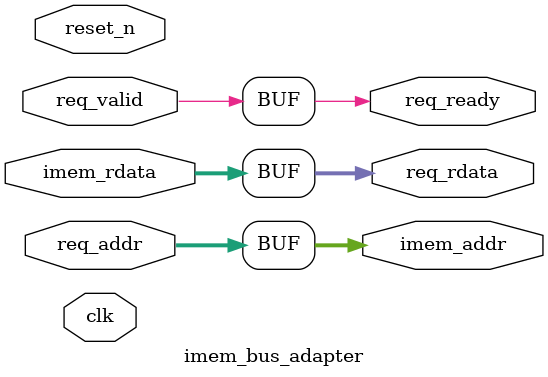
<source format=v>

`include "config/rv_config.vh"

module imem_bus_adapter (
  input  wire             clk,
  input  wire             reset_n,

  // Bus slave interface (read-only)
  input  wire             req_valid,
  input  wire [31:0]      req_addr,
  output wire             req_ready,
  output wire [31:0]      req_rdata,

  // Instruction memory interface
  output wire [31:0]      imem_addr,
  input  wire [31:0]      imem_rdata
);

  // Simple passthrough - IMEM already has combinational read
  assign imem_addr  = req_addr;
  assign req_rdata  = imem_rdata;
  assign req_ready  = req_valid;  // Always ready for reads

endmodule

</source>
